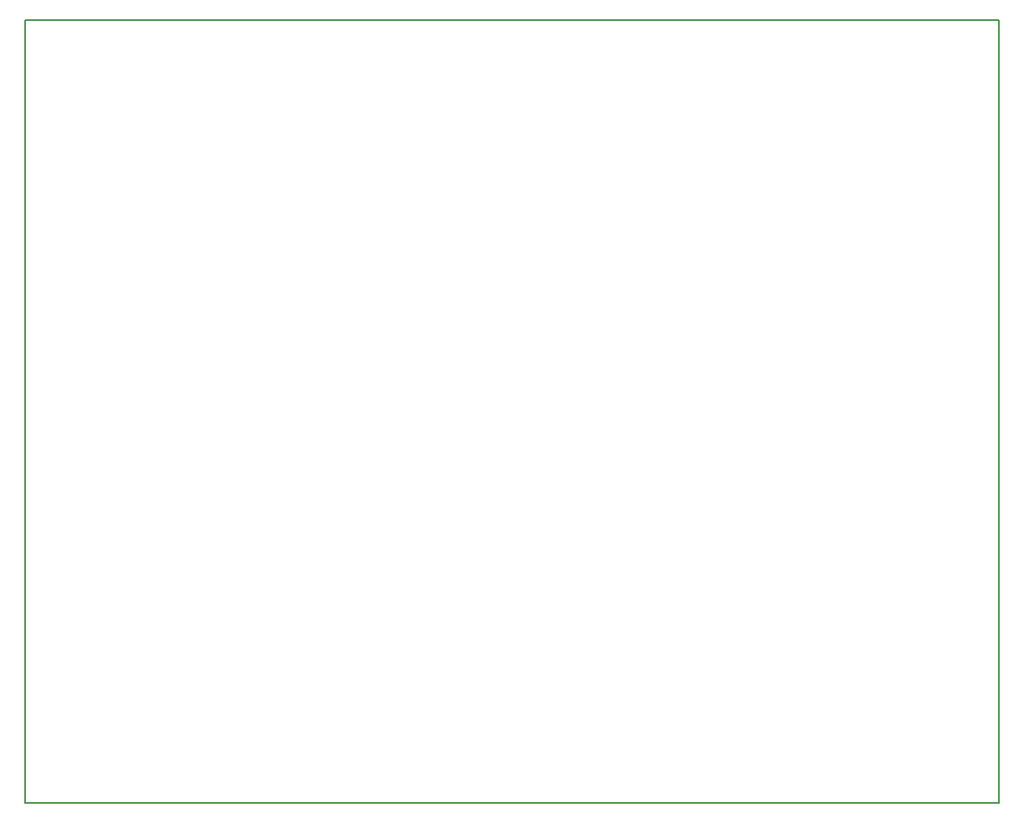
<source format=gbr>
G04 #@! TF.GenerationSoftware,KiCad,Pcbnew,(5.0.2)-1*
G04 #@! TF.CreationDate,2019-02-28T14:54:57+01:00*
G04 #@! TF.ProjectId,Kellerklima,4b656c6c-6572-46b6-9c69-6d612e6b6963,rev?*
G04 #@! TF.SameCoordinates,Original*
G04 #@! TF.FileFunction,Profile,NP*
%FSLAX46Y46*%
G04 Gerber Fmt 4.6, Leading zero omitted, Abs format (unit mm)*
G04 Created by KiCad (PCBNEW (5.0.2)-1) date 28/02/2019 14:54:57*
%MOMM*%
%LPD*%
G01*
G04 APERTURE LIST*
%ADD10C,0.150000*%
G04 APERTURE END LIST*
D10*
X51308000Y-99568000D02*
X51308000Y-20320000D01*
X149860000Y-99568000D02*
X51308000Y-99568000D01*
X149860000Y-20320000D02*
X149860000Y-99568000D01*
X51308000Y-20320000D02*
X149860000Y-20320000D01*
M02*

</source>
